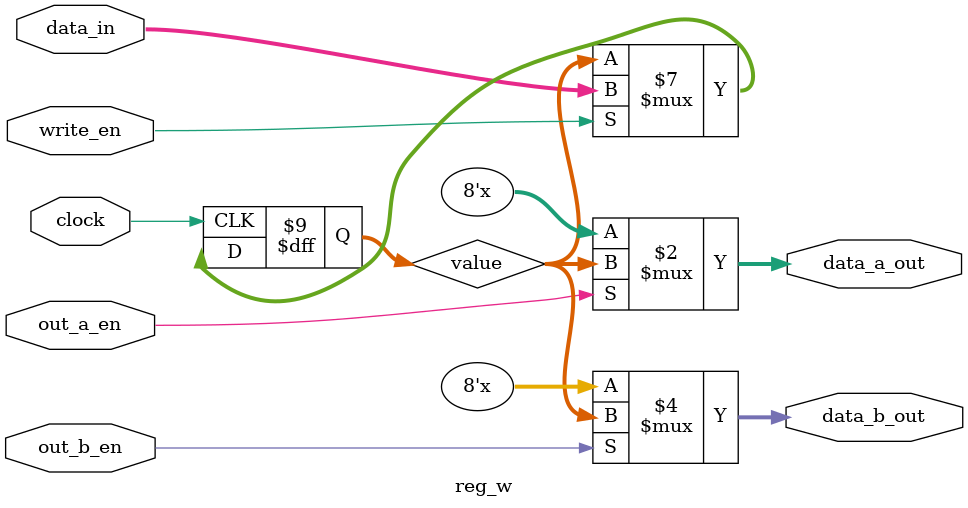
<source format=v>
`timescale 1ns / 1ps

module reg_w(
    input clock,
    input out_a_en,
    input out_b_en,
    input write_en,
    input [7:0] data_in,
    output [7:0] data_a_out,
    output [7:0] data_b_out
    );

    reg [7:0] value;
    
    assign data_a_out = (out_a_en == 1'b1) ? value : 8'bZ;
    assign data_b_out = (out_b_en == 1'b1) ? value : 8'bZ;

    always @(posedge clock) begin
        if (write_en == 1'b1) begin
            value <= data_in;
        end 
    end

endmodule

</source>
